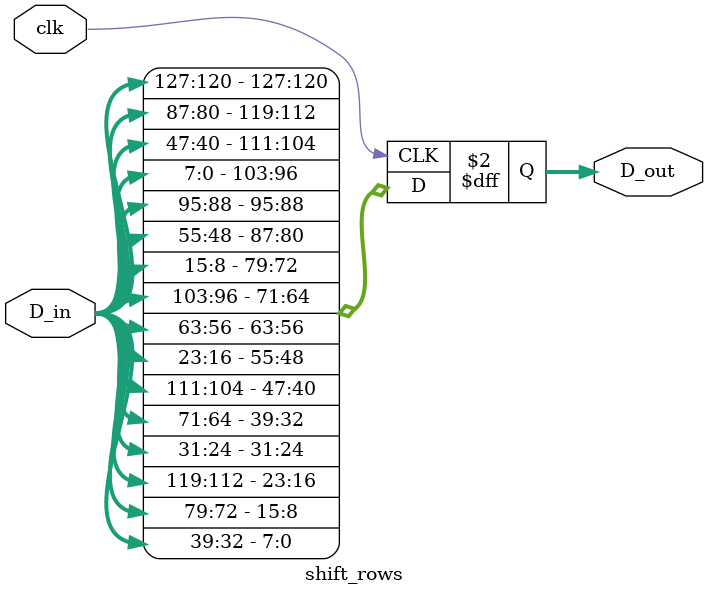
<source format=sv>
`timescale 1 ns / 100 ps

module shift_rows(D_out, clk, D_in);

     output reg [127:0] D_out;
     input [127:0] D_in;
	 input clk;

	 always @(posedge clk) begin
	      D_out[127:120] = D_in[127:120];
	      D_out[119:112] = D_in[87:80];
	      D_out[111:104] = D_in[47:40];
	      D_out[103:96] =  D_in[7:0];
	 
	      D_out[95:88] = D_in[95:88];
	      D_out[87:80] = D_in[55:48];
	      D_out[79:72] = D_in[15:8];
	      D_out[71:64] = D_in[103:96];
	 
	      D_out[63:56] = D_in[63:56];
	      D_out[55:48] = D_in[23:16];
	      D_out[47:40] = D_in[111:104];
	      D_out[39:32] = D_in[71:64];
			
	      D_out[31:24] = D_in[31:24];
	      D_out[23:16] = D_in[119:112];
	      D_out[15:8] =  D_in[79:72];
	      D_out[7:0] = D_in[39:32];
	 end
endmodule
</source>
